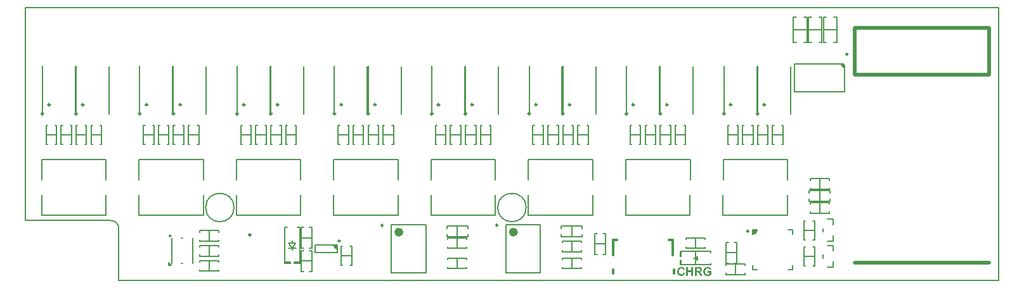
<source format=gto>
G04*
G04 #@! TF.GenerationSoftware,Altium Limited,Altium Designer,20.0.13 (296)*
G04*
G04 Layer_Color=16777215*
%FSLAX44Y44*%
%MOMM*%
G71*
G01*
G75*
%ADD10C,0.2540*%
%ADD11C,0.2000*%
%ADD12C,0.2500*%
%ADD13C,0.6000*%
%ADD14C,0.3000*%
%ADD15C,0.1500*%
%ADD16C,0.5000*%
G36*
X417001Y47000D02*
Y42000D01*
X415502D01*
X412501Y45000D01*
Y47000D01*
X417001D01*
D02*
G37*
G36*
X971500Y67500D02*
X977500D01*
X976000Y63000D01*
X971500Y61500D01*
Y67500D01*
D02*
G37*
G36*
X1093750Y287500D02*
X1094500Y284500D01*
X1093000D01*
X1090000Y287500D01*
Y289500D01*
X1093750Y287500D01*
D02*
G37*
G36*
X911716Y17957D02*
X911900Y17940D01*
X912116Y17924D01*
X912350Y17907D01*
X912599Y17857D01*
X913133Y17757D01*
X913683Y17591D01*
X913966Y17491D01*
X914232Y17374D01*
X914482Y17241D01*
X914716Y17074D01*
X914732Y17057D01*
X914766Y17041D01*
X914832Y16974D01*
X914916Y16907D01*
X915016Y16824D01*
X915116Y16708D01*
X915232Y16574D01*
X915366Y16424D01*
X915499Y16258D01*
X915632Y16074D01*
X915765Y15874D01*
X915882Y15641D01*
X916015Y15408D01*
X916115Y15158D01*
X916215Y14875D01*
X916282Y14591D01*
X913966Y14158D01*
Y14175D01*
X913949Y14191D01*
X913916Y14291D01*
X913849Y14441D01*
X913749Y14641D01*
X913633Y14858D01*
X913466Y15074D01*
X913266Y15291D01*
X913033Y15491D01*
X912999Y15508D01*
X912916Y15574D01*
X912766Y15658D01*
X912583Y15741D01*
X912333Y15841D01*
X912050Y15908D01*
X911733Y15974D01*
X911367Y15991D01*
X911217D01*
X911117Y15974D01*
X910983Y15958D01*
X910833Y15941D01*
X910667Y15908D01*
X910483Y15874D01*
X910100Y15758D01*
X909900Y15674D01*
X909700Y15574D01*
X909500Y15458D01*
X909300Y15341D01*
X909117Y15174D01*
X908934Y15008D01*
X908917Y14991D01*
X908901Y14958D01*
X908850Y14908D01*
X908801Y14825D01*
X908734Y14725D01*
X908651Y14608D01*
X908567Y14458D01*
X908501Y14291D01*
X908417Y14092D01*
X908334Y13875D01*
X908251Y13642D01*
X908184Y13392D01*
X908134Y13108D01*
X908084Y12792D01*
X908067Y12475D01*
X908051Y12125D01*
Y12109D01*
Y12042D01*
Y11925D01*
X908067Y11792D01*
X908084Y11609D01*
X908101Y11425D01*
X908134Y11192D01*
X908167Y10959D01*
X908267Y10459D01*
X908434Y9942D01*
X908534Y9693D01*
X908651Y9459D01*
X908801Y9226D01*
X908951Y9026D01*
X908967Y9009D01*
X909000Y8976D01*
X909051Y8926D01*
X909117Y8860D01*
X909217Y8793D01*
X909317Y8693D01*
X909450Y8609D01*
X909600Y8510D01*
X909767Y8410D01*
X909934Y8326D01*
X910350Y8160D01*
X910583Y8093D01*
X910817Y8043D01*
X911083Y8010D01*
X911350Y7993D01*
X911483D01*
X911617Y8010D01*
X911816Y8026D01*
X912033Y8060D01*
X912283Y8110D01*
X912550Y8176D01*
X912816Y8276D01*
X912833D01*
X912850Y8293D01*
X912933Y8326D01*
X913083Y8393D01*
X913249Y8476D01*
X913449Y8576D01*
X913666Y8693D01*
X913883Y8826D01*
X914082Y8976D01*
Y10459D01*
X911416D01*
Y12409D01*
X916432D01*
Y7776D01*
X916399Y7743D01*
X916349Y7710D01*
X916299Y7660D01*
X916215Y7593D01*
X916132Y7527D01*
X915899Y7360D01*
X915582Y7177D01*
X915216Y6960D01*
X914799Y6743D01*
X914299Y6543D01*
X914282D01*
X914232Y6527D01*
X914166Y6493D01*
X914066Y6460D01*
X913932Y6427D01*
X913783Y6377D01*
X913616Y6327D01*
X913433Y6277D01*
X913016Y6177D01*
X912533Y6094D01*
X912033Y6027D01*
X911500Y6010D01*
X911317D01*
X911200Y6027D01*
X911033D01*
X910850Y6043D01*
X910650Y6077D01*
X910417Y6110D01*
X909934Y6194D01*
X909400Y6327D01*
X908850Y6510D01*
X908601Y6627D01*
X908334Y6760D01*
X908317Y6777D01*
X908284Y6793D01*
X908201Y6843D01*
X908117Y6910D01*
X908001Y6977D01*
X907884Y7077D01*
X907734Y7193D01*
X907584Y7326D01*
X907251Y7627D01*
X906918Y8010D01*
X906601Y8443D01*
X906318Y8943D01*
Y8959D01*
X906284Y9009D01*
X906251Y9093D01*
X906218Y9193D01*
X906168Y9326D01*
X906101Y9476D01*
X906051Y9659D01*
X905985Y9859D01*
X905918Y10076D01*
X905868Y10326D01*
X905751Y10842D01*
X905685Y11409D01*
X905651Y12025D01*
Y12042D01*
Y12109D01*
Y12209D01*
X905668Y12325D01*
Y12492D01*
X905685Y12675D01*
X905718Y12875D01*
X905751Y13108D01*
X905835Y13592D01*
X905968Y14141D01*
X906151Y14691D01*
X906268Y14958D01*
X906401Y15224D01*
X906418Y15241D01*
X906434Y15291D01*
X906484Y15358D01*
X906534Y15458D01*
X906618Y15574D01*
X906718Y15708D01*
X906834Y15858D01*
X906951Y16024D01*
X907101Y16191D01*
X907268Y16374D01*
X907451Y16558D01*
X907651Y16741D01*
X907867Y16907D01*
X908084Y17091D01*
X908601Y17391D01*
X908617D01*
X908651Y17424D01*
X908717Y17441D01*
X908801Y17491D01*
X908917Y17524D01*
X909034Y17574D01*
X909200Y17624D01*
X909367Y17691D01*
X909550Y17740D01*
X909767Y17790D01*
X910000Y17840D01*
X910234Y17890D01*
X910767Y17957D01*
X911367Y17974D01*
X911566D01*
X911716Y17957D01*
D02*
G37*
G36*
X876492D02*
X876675Y17940D01*
X876875Y17907D01*
X877109Y17874D01*
X877359Y17824D01*
X877625Y17757D01*
X877908Y17674D01*
X878192Y17574D01*
X878492Y17441D01*
X878775Y17307D01*
X879042Y17141D01*
X879325Y16941D01*
X879575Y16724D01*
X879591D01*
X879608Y16691D01*
X879658Y16641D01*
X879708Y16591D01*
X879775Y16508D01*
X879841Y16408D01*
X880025Y16174D01*
X880208Y15874D01*
X880408Y15508D01*
X880591Y15091D01*
X880758Y14608D01*
X878458Y14058D01*
Y14075D01*
X878442Y14092D01*
Y14141D01*
X878408Y14208D01*
X878358Y14358D01*
X878275Y14558D01*
X878158Y14791D01*
X878008Y15025D01*
X877809Y15258D01*
X877592Y15458D01*
X877559Y15474D01*
X877475Y15541D01*
X877342Y15624D01*
X877159Y15724D01*
X876925Y15824D01*
X876659Y15908D01*
X876359Y15974D01*
X876026Y15991D01*
X875909D01*
X875809Y15974D01*
X875709Y15958D01*
X875576Y15941D01*
X875292Y15874D01*
X874959Y15758D01*
X874609Y15591D01*
X874426Y15491D01*
X874259Y15374D01*
X874093Y15224D01*
X873943Y15058D01*
Y15041D01*
X873910Y15008D01*
X873876Y14958D01*
X873826Y14875D01*
X873760Y14775D01*
X873693Y14658D01*
X873626Y14508D01*
X873559Y14341D01*
X873476Y14141D01*
X873410Y13925D01*
X873343Y13675D01*
X873276Y13408D01*
X873226Y13108D01*
X873193Y12792D01*
X873176Y12442D01*
X873160Y12059D01*
Y12042D01*
Y11959D01*
Y11842D01*
X873176Y11709D01*
Y11525D01*
X873210Y11309D01*
X873226Y11092D01*
X873260Y10842D01*
X873360Y10326D01*
X873493Y9809D01*
X873576Y9559D01*
X873693Y9326D01*
X873810Y9109D01*
X873943Y8926D01*
X873959Y8910D01*
X873976Y8893D01*
X874026Y8843D01*
X874093Y8776D01*
X874259Y8643D01*
X874493Y8476D01*
X874776Y8293D01*
X875126Y8160D01*
X875526Y8043D01*
X875742Y8026D01*
X875976Y8010D01*
X876059D01*
X876126Y8026D01*
X876309Y8043D01*
X876525Y8076D01*
X876759Y8160D01*
X877025Y8260D01*
X877292Y8393D01*
X877559Y8593D01*
X877592Y8626D01*
X877675Y8709D01*
X877792Y8843D01*
X877925Y9043D01*
X878092Y9309D01*
X878242Y9626D01*
X878392Y10009D01*
X878525Y10459D01*
X880791Y9759D01*
Y9743D01*
X880774Y9676D01*
X880741Y9576D01*
X880691Y9443D01*
X880624Y9293D01*
X880558Y9109D01*
X880474Y8910D01*
X880375Y8693D01*
X880141Y8243D01*
X879841Y7776D01*
X879475Y7326D01*
X879275Y7127D01*
X879058Y6943D01*
X879042Y6927D01*
X879008Y6910D01*
X878941Y6860D01*
X878841Y6793D01*
X878725Y6727D01*
X878575Y6660D01*
X878408Y6577D01*
X878225Y6493D01*
X878008Y6393D01*
X877775Y6310D01*
X877525Y6244D01*
X877259Y6177D01*
X876975Y6110D01*
X876659Y6060D01*
X876342Y6043D01*
X875992Y6027D01*
X875892D01*
X875776Y6043D01*
X875609Y6060D01*
X875426Y6077D01*
X875192Y6110D01*
X874942Y6160D01*
X874659Y6227D01*
X874376Y6310D01*
X874076Y6410D01*
X873760Y6543D01*
X873443Y6693D01*
X873126Y6860D01*
X872810Y7077D01*
X872510Y7310D01*
X872227Y7593D01*
X872210Y7610D01*
X872160Y7660D01*
X872093Y7760D01*
X871993Y7876D01*
X871893Y8043D01*
X871760Y8226D01*
X871627Y8460D01*
X871493Y8726D01*
X871360Y9009D01*
X871227Y9326D01*
X871094Y9693D01*
X870993Y10076D01*
X870894Y10476D01*
X870827Y10926D01*
X870777Y11392D01*
X870760Y11892D01*
Y11909D01*
Y11925D01*
Y12025D01*
X870777Y12175D01*
Y12375D01*
X870810Y12608D01*
X870844Y12892D01*
X870877Y13192D01*
X870944Y13542D01*
X871027Y13892D01*
X871127Y14258D01*
X871244Y14625D01*
X871393Y15008D01*
X871560Y15374D01*
X871760Y15724D01*
X871977Y16058D01*
X872243Y16374D01*
X872260Y16391D01*
X872310Y16441D01*
X872393Y16524D01*
X872510Y16624D01*
X872660Y16741D01*
X872843Y16874D01*
X873043Y17024D01*
X873293Y17174D01*
X873559Y17324D01*
X873843Y17474D01*
X874176Y17607D01*
X874509Y17724D01*
X874893Y17824D01*
X875276Y17907D01*
X875709Y17957D01*
X876142Y17974D01*
X876342D01*
X876492Y17957D01*
D02*
G37*
G36*
X892021Y6227D02*
X889689D01*
Y11276D01*
X885140D01*
Y6227D01*
X882807D01*
Y17757D01*
X885140D01*
Y13225D01*
X889689D01*
Y17757D01*
X892021D01*
Y6227D01*
D02*
G37*
G36*
X899786Y17740D02*
X899969D01*
X900153Y17724D01*
X900369D01*
X900803Y17674D01*
X901253Y17624D01*
X901669Y17541D01*
X901852Y17491D01*
X902019Y17441D01*
X902036D01*
X902052Y17424D01*
X902152Y17374D01*
X902302Y17291D01*
X902502Y17191D01*
X902719Y17024D01*
X902935Y16841D01*
X903152Y16608D01*
X903352Y16324D01*
Y16308D01*
X903369Y16291D01*
X903402Y16241D01*
X903435Y16191D01*
X903519Y16024D01*
X903618Y15808D01*
X903702Y15541D01*
X903785Y15241D01*
X903852Y14891D01*
X903868Y14525D01*
Y14508D01*
Y14475D01*
Y14391D01*
X903852Y14308D01*
Y14191D01*
X903835Y14075D01*
X903768Y13775D01*
X903685Y13425D01*
X903552Y13075D01*
X903352Y12708D01*
X903235Y12542D01*
X903102Y12375D01*
X903085Y12359D01*
X903069Y12342D01*
X903019Y12292D01*
X902952Y12242D01*
X902885Y12175D01*
X902785Y12092D01*
X902669Y12009D01*
X902535Y11925D01*
X902385Y11825D01*
X902202Y11742D01*
X902019Y11659D01*
X901819Y11575D01*
X901586Y11492D01*
X901352Y11425D01*
X901103Y11359D01*
X900819Y11309D01*
X900836D01*
X900853Y11292D01*
X900953Y11226D01*
X901086Y11142D01*
X901253Y11026D01*
X901452Y10876D01*
X901652Y10726D01*
X901869Y10542D01*
X902052Y10342D01*
X902069Y10326D01*
X902152Y10242D01*
X902252Y10109D01*
X902402Y9909D01*
X902602Y9659D01*
X902702Y9493D01*
X902819Y9326D01*
X902952Y9143D01*
X903085Y8943D01*
X903235Y8709D01*
X903385Y8476D01*
X904801Y6227D01*
X902002D01*
X900336Y8726D01*
X900319Y8743D01*
X900303Y8793D01*
X900253Y8860D01*
X900186Y8943D01*
X900119Y9043D01*
X900036Y9176D01*
X899853Y9443D01*
X899636Y9743D01*
X899436Y10009D01*
X899253Y10259D01*
X899170Y10342D01*
X899103Y10426D01*
X899086Y10442D01*
X899053Y10476D01*
X898986Y10542D01*
X898903Y10626D01*
X898786Y10692D01*
X898670Y10776D01*
X898537Y10842D01*
X898403Y10909D01*
X898387D01*
X898336Y10926D01*
X898253Y10959D01*
X898120Y10976D01*
X897953Y11009D01*
X897753Y11026D01*
X897520Y11042D01*
X896770D01*
Y6227D01*
X894437D01*
Y17757D01*
X899636D01*
X899786Y17740D01*
D02*
G37*
%LPC*%
G36*
X899436Y15808D02*
X896770D01*
Y12875D01*
X899036D01*
X899370Y12892D01*
X899719Y12908D01*
X900069Y12925D01*
X900219Y12942D01*
X900353Y12958D01*
X900486Y12992D01*
X900569Y13008D01*
X900586D01*
X900636Y13042D01*
X900719Y13075D01*
X900803Y13125D01*
X901019Y13275D01*
X901119Y13375D01*
X901219Y13492D01*
X901236Y13508D01*
X901253Y13558D01*
X901302Y13625D01*
X901352Y13725D01*
X901386Y13858D01*
X901436Y14008D01*
X901452Y14175D01*
X901469Y14358D01*
Y14391D01*
Y14458D01*
X901452Y14558D01*
X901436Y14691D01*
X901386Y14841D01*
X901336Y14991D01*
X901253Y15158D01*
X901152Y15291D01*
X901136Y15308D01*
X901103Y15358D01*
X901019Y15408D01*
X900919Y15491D01*
X900803Y15574D01*
X900653Y15641D01*
X900469Y15708D01*
X900269Y15758D01*
X900253D01*
X900203Y15774D01*
X900103D01*
X899953Y15791D01*
X899586D01*
X899436Y15808D01*
D02*
G37*
%LPD*%
D10*
X194500Y59500D02*
G03*
X194500Y59500I-1000J0D01*
G01*
X301414Y61000D02*
G03*
X301414Y61000I-1414J0D01*
G01*
X988414Y235000D02*
G03*
X988414Y235000I-1414J0D01*
G01*
X979414Y223000D02*
G03*
X979414Y223000I-1414J0D01*
G01*
X943414Y235000D02*
G03*
X943414Y235000I-1414J0D01*
G01*
X934414Y223000D02*
G03*
X934414Y223000I-1414J0D01*
G01*
X858414Y235000D02*
G03*
X858414Y235000I-1414J0D01*
G01*
X849414Y223000D02*
G03*
X849414Y223000I-1414J0D01*
G01*
X813414Y235000D02*
G03*
X813414Y235000I-1414J0D01*
G01*
X804414Y223000D02*
G03*
X804414Y223000I-1414J0D01*
G01*
X728414Y235000D02*
G03*
X728414Y235000I-1414J0D01*
G01*
X719414Y223000D02*
G03*
X719414Y223000I-1414J0D01*
G01*
X683414Y235000D02*
G03*
X683414Y235000I-1414J0D01*
G01*
X674414Y223000D02*
G03*
X674414Y223000I-1414J0D01*
G01*
X598414Y235000D02*
G03*
X598414Y235000I-1414J0D01*
G01*
X589414Y223000D02*
G03*
X589414Y223000I-1414J0D01*
G01*
X553414Y235000D02*
G03*
X553414Y235000I-1414J0D01*
G01*
X544414Y223000D02*
G03*
X544414Y223000I-1414J0D01*
G01*
X468414Y235000D02*
G03*
X468414Y235000I-1414J0D01*
G01*
X459414Y223000D02*
G03*
X459414Y223000I-1414J0D01*
G01*
X423414Y235000D02*
G03*
X423414Y235000I-1414J0D01*
G01*
X414414Y223000D02*
G03*
X414414Y223000I-1414J0D01*
G01*
X338414Y235000D02*
G03*
X338414Y235000I-1414J0D01*
G01*
X329414Y223000D02*
G03*
X329414Y223000I-1414J0D01*
G01*
X293414Y235000D02*
G03*
X293414Y235000I-1414J0D01*
G01*
X284414Y223000D02*
G03*
X284414Y223000I-1414J0D01*
G01*
X208414Y235000D02*
G03*
X208414Y235000I-1414J0D01*
G01*
X199414Y223000D02*
G03*
X199414Y223000I-1414J0D01*
G01*
X163414Y235000D02*
G03*
X163414Y235000I-1414J0D01*
G01*
X154414Y223000D02*
G03*
X154414Y223000I-1414J0D01*
G01*
X78414Y235004D02*
G03*
X78414Y235004I-1414J0D01*
G01*
X69414Y223004D02*
G03*
X69414Y223004I-1414J0D01*
G01*
X33414Y235004D02*
G03*
X33414Y235004I-1414J0D01*
G01*
X24414Y223004D02*
G03*
X24414Y223004I-1414J0D01*
G01*
D11*
X279000Y97500D02*
G03*
X279000Y97500I-19000J0D01*
G01*
X669000D02*
G03*
X669000Y97500I-19000J0D01*
G01*
X971500Y61500D02*
G03*
X977500Y67500I0J6000D01*
G01*
X412501Y46500D02*
G03*
X417001Y42000I4500J0D01*
G01*
X1090000Y289000D02*
G03*
X1094500Y284500I4500J0D01*
G01*
X1018000Y87600D02*
Y114600D01*
X932000Y87600D02*
X1018000D01*
X932000D02*
Y114600D01*
X1018112Y134372D02*
Y161372D01*
X932112D02*
X1018112D01*
X932112Y134372D02*
Y161372D01*
X888000Y87600D02*
Y114600D01*
X802000Y87600D02*
X888000D01*
X802000D02*
Y114600D01*
X888112Y134372D02*
Y161372D01*
X802112D02*
X888112D01*
X802112Y134372D02*
Y161372D01*
X758000Y87600D02*
Y114600D01*
X672000Y87600D02*
X758000D01*
X672000D02*
Y114600D01*
X758112Y134372D02*
Y161372D01*
X672112D02*
X758112D01*
X672112Y134372D02*
Y161372D01*
X628000Y87600D02*
Y114600D01*
X542000Y87600D02*
X628000D01*
X542000D02*
Y114600D01*
X628112Y134372D02*
Y161372D01*
X542112D02*
X628112D01*
X542112Y134372D02*
Y161372D01*
X498000Y87600D02*
Y114600D01*
X412000Y87600D02*
X498000D01*
X412000D02*
Y114600D01*
X498112Y134372D02*
Y161372D01*
X412112D02*
X498112D01*
X412112Y134372D02*
Y161372D01*
X368000Y87600D02*
Y114600D01*
X282000Y87600D02*
X368000D01*
X282000D02*
Y114600D01*
X368112Y134372D02*
Y161372D01*
X282112D02*
X368112D01*
X282112Y134372D02*
Y161372D01*
X238000Y87600D02*
Y114600D01*
X152000Y87600D02*
X238000D01*
X152000D02*
Y114600D01*
X238112Y134372D02*
Y161372D01*
X152112D02*
X238112D01*
X152112Y134372D02*
Y161372D01*
X108000Y87604D02*
Y114604D01*
X22000Y87604D02*
X108000D01*
X22000D02*
Y114604D01*
X108112Y134375D02*
Y161375D01*
X22112D02*
X108112D01*
X22112Y134375D02*
Y161375D01*
X195500Y22500D02*
Y56500D01*
X223500Y22500D02*
Y56500D01*
X208500Y22500D02*
X210500D01*
X208500Y56500D02*
X210500D01*
X191649Y23597D02*
X195149Y20097D01*
X191649D02*
X195149D01*
X191649D02*
Y23597D01*
X971500Y14500D02*
X977500D01*
X971500D02*
Y20500D01*
X1018500Y14500D02*
X1024500D01*
Y20500D01*
Y61500D02*
Y67500D01*
X1018500D02*
X1024500D01*
X971500D02*
X977500D01*
X971500Y61500D02*
Y67500D01*
X1022000Y223000D02*
Y286000D01*
X978000Y223000D02*
Y287000D01*
X977000Y223000D02*
Y286000D01*
X933000Y223000D02*
Y287000D01*
X892000Y223000D02*
Y286000D01*
X848000Y223000D02*
Y287000D01*
X847000Y223000D02*
Y286000D01*
X803000Y223000D02*
Y287000D01*
X762000Y223000D02*
Y286000D01*
X718000Y223000D02*
Y287000D01*
X717000Y223000D02*
Y286000D01*
X673000Y223000D02*
Y287000D01*
X632000Y223000D02*
Y286000D01*
X588000Y223000D02*
Y287000D01*
X587000Y223000D02*
Y286000D01*
X543000Y223000D02*
Y287000D01*
X502000Y223000D02*
Y286000D01*
X458000Y223000D02*
Y287000D01*
X457000Y223000D02*
Y286000D01*
X413000Y223000D02*
Y287000D01*
X372000Y223000D02*
Y286000D01*
X328000Y223000D02*
Y287000D01*
X327000Y223000D02*
Y286000D01*
X283000Y223000D02*
Y287000D01*
X242000Y223000D02*
Y286000D01*
X198000Y223000D02*
Y287000D01*
X197000Y223000D02*
Y286000D01*
X153000Y223000D02*
Y287000D01*
X112000Y223004D02*
X112000Y286004D01*
X68000Y223004D02*
Y287004D01*
X67000Y223004D02*
X67000Y286004D01*
X23000Y223004D02*
Y287004D01*
X489000Y10500D02*
Y74500D01*
X535000Y10500D02*
Y74500D01*
X489000D02*
X535000D01*
X489000Y10500D02*
X535000D01*
X642000D02*
Y74500D01*
X688000Y10500D02*
Y74500D01*
X642000D02*
X688000D01*
X642000Y10500D02*
X688000D01*
X417001Y37000D02*
Y47000D01*
X387001D02*
X387001Y37000D01*
X387001Y47000D02*
X417001D01*
X387001Y37000D02*
X417001D01*
X412501Y46500D02*
Y47000D01*
X1079000Y17750D02*
Y25000D01*
X1071000Y17750D02*
X1079000D01*
Y39500D02*
Y46750D01*
X1071000D02*
X1079000D01*
X1065000Y29750D02*
Y34750D01*
X1079000Y60000D02*
X1079000Y52750D01*
X1071000D02*
X1079000D01*
X1079000Y74500D02*
Y81750D01*
X1071000Y81750D02*
X1079000Y81750D01*
X1065000Y64750D02*
Y69750D01*
X357000Y50000D02*
Y53000D01*
Y41000D02*
Y43000D01*
X352000Y50000D02*
X361000D01*
X352000D02*
X357000Y43000D01*
X361000Y50000D01*
X352000Y43000D02*
X362000D01*
X1094500Y252500D02*
Y287250D01*
X1092250Y289500D02*
X1094500Y287250D01*
X1027500Y289500D02*
X1092250Y289500D01*
X1090000Y289000D02*
Y289500D01*
X1027500Y252500D02*
Y289500D01*
Y252500D02*
X1094500Y252500D01*
X125000Y70000D02*
G03*
X115000Y80000I-10000J0D01*
G01*
X125000Y0D02*
Y70000D01*
X0Y80000D02*
X115000D01*
X0D02*
Y365000D01*
X125000Y0D02*
X1300000D01*
Y365000D01*
X0D02*
X1300000D01*
D12*
X966250Y66000D02*
G03*
X966250Y66000I-1250J0D01*
G01*
X478000Y73750D02*
G03*
X478000Y73750I-1250J0D01*
G01*
X631000D02*
G03*
X631000Y73750I-1250J0D01*
G01*
X420502Y53000D02*
G03*
X420502Y53000I-1250J0D01*
G01*
X1098250Y302500D02*
G03*
X1098250Y302500I-1250J0D01*
G01*
D13*
X502000Y64500D02*
G03*
X502000Y64500I-3000J0D01*
G01*
X655000D02*
G03*
X655000Y64500I-3000J0D01*
G01*
D14*
X866078Y9250D02*
Y14068D01*
X785000Y14250D02*
X785000Y9250D01*
X860000Y53751D02*
X864750D01*
X785250D02*
X790000D01*
X864750Y33500D02*
Y53751D01*
X785250Y33500D02*
Y53751D01*
D15*
X978000Y195000D02*
X992000D01*
X978000Y182300D02*
X979920D01*
X978000D02*
Y207700D01*
X979920D01*
X990080D02*
X992000D01*
Y182300D02*
Y207700D01*
X990080Y182300D02*
X992000D01*
X998000Y195000D02*
X1012000D01*
X1010080Y207700D02*
X1012000D01*
Y182300D02*
Y207700D01*
X1010080Y182300D02*
X1012000D01*
X998000D02*
X999920D01*
X998000D02*
Y207700D01*
X999920D01*
X958000Y195000D02*
X972000D01*
X958000Y182300D02*
X959920D01*
X958000D02*
Y207700D01*
X959920D01*
X970080D02*
X972000D01*
Y182300D02*
Y207700D01*
X970080Y182300D02*
X972000D01*
X938000Y195000D02*
X952000D01*
X938000Y182300D02*
X939920D01*
X938000D02*
Y207700D01*
X939920D01*
X950080D02*
X952000D01*
Y182300D02*
Y207700D01*
X950080Y182300D02*
X952000D01*
X848000Y195000D02*
X862000D01*
X848000Y182300D02*
X849920D01*
X848000D02*
Y207700D01*
X849920D01*
X860080D02*
X862000D01*
Y182300D02*
Y207700D01*
X860080Y182300D02*
X862000D01*
X868000Y195000D02*
X882000D01*
X880080Y207700D02*
X882000D01*
Y182300D02*
Y207700D01*
X880080Y182300D02*
X882000D01*
X868000D02*
X869920D01*
X868000D02*
Y207700D01*
X869920D01*
X828000Y195000D02*
X842000D01*
X828000Y182300D02*
X829920D01*
X828000D02*
Y207700D01*
X829920D01*
X840080D02*
X842000D01*
Y182300D02*
Y207700D01*
X840080Y182300D02*
X842000D01*
X808000Y195000D02*
X822000D01*
X808000Y182300D02*
X809920D01*
X808000D02*
Y207700D01*
X809920D01*
X820080D02*
X822000D01*
Y182300D02*
Y207700D01*
X820080Y182300D02*
X822000D01*
X718000Y195000D02*
X732000D01*
X718000Y182300D02*
X719920D01*
X718000D02*
Y207700D01*
X719920D01*
X730080D02*
X732000D01*
Y182300D02*
Y207700D01*
X730080Y182300D02*
X732000D01*
X738000Y195000D02*
X752000D01*
X750080Y207700D02*
X752000D01*
Y182300D02*
Y207700D01*
X750080Y182300D02*
X752000D01*
X738000D02*
X739920D01*
X738000D02*
Y207700D01*
X739920D01*
X698000Y195000D02*
X712000D01*
X698000Y182300D02*
X699920D01*
X698000D02*
Y207700D01*
X699920D01*
X710080D02*
X712000D01*
Y182300D02*
Y207700D01*
X710080Y182300D02*
X712000D01*
X678000Y195000D02*
X692000D01*
X678000Y182300D02*
X679920D01*
X678000D02*
Y207700D01*
X679920D01*
X690080D02*
X692000D01*
Y182300D02*
Y207700D01*
X690080Y182300D02*
X692000D01*
X588000Y195000D02*
X602000D01*
X588000Y182300D02*
X589920D01*
X588000D02*
Y207700D01*
X589920D01*
X600080D02*
X602000D01*
Y182300D02*
Y207700D01*
X600080Y182300D02*
X602000D01*
X608000Y195000D02*
X622000D01*
X620080Y207700D02*
X622000D01*
Y182300D02*
Y207700D01*
X620080Y182300D02*
X622000D01*
X608000D02*
X609920D01*
X608000D02*
Y207700D01*
X609920D01*
X568000Y195000D02*
X582000D01*
X568000Y182300D02*
X569920D01*
X568000D02*
Y207700D01*
X569920D01*
X580080D02*
X582000D01*
Y182300D02*
Y207700D01*
X580080Y182300D02*
X582000D01*
X548000Y195000D02*
X562000D01*
X548000Y182300D02*
X549920D01*
X548000D02*
Y207700D01*
X549920D01*
X560080D02*
X562000D01*
Y182300D02*
Y207700D01*
X560080Y182300D02*
X562000D01*
X458000Y195000D02*
X472000D01*
X458000Y182300D02*
X459920D01*
X458000D02*
Y207700D01*
X459920D01*
X470080D02*
X472000D01*
Y182300D02*
Y207700D01*
X470080Y182300D02*
X472000D01*
X478000Y195000D02*
X492000D01*
X490080Y207700D02*
X492000D01*
Y182300D02*
Y207700D01*
X490080Y182300D02*
X492000D01*
X478000D02*
X479920D01*
X478000D02*
Y207700D01*
X479920D01*
X438000Y195000D02*
X452000D01*
X438000Y182300D02*
X439920D01*
X438000D02*
Y207700D01*
X439920D01*
X450080D02*
X452000D01*
Y182300D02*
Y207700D01*
X450080Y182300D02*
X452000D01*
X418000Y195000D02*
X432000D01*
X418000Y182300D02*
X419920D01*
X418000D02*
Y207700D01*
X419920D01*
X430080D02*
X432000D01*
Y182300D02*
Y207700D01*
X430080Y182300D02*
X432000D01*
X328000Y195000D02*
X342000D01*
X328000Y182300D02*
X329920D01*
X328000D02*
Y207700D01*
X329920D01*
X340080D02*
X342000D01*
Y182300D02*
Y207700D01*
X340080Y182300D02*
X342000D01*
X348000Y195000D02*
X362000D01*
X360080Y207700D02*
X362000D01*
Y182300D02*
Y207700D01*
X360080Y182300D02*
X362000D01*
X348000D02*
X349920D01*
X348000D02*
Y207700D01*
X349920D01*
X308000Y195000D02*
X322000D01*
X308000Y182300D02*
X309920D01*
X308000D02*
Y207700D01*
X309920D01*
X320080D02*
X322000D01*
Y182300D02*
Y207700D01*
X320080Y182300D02*
X322000D01*
X288000Y195000D02*
X302000D01*
X288000Y182300D02*
X289920D01*
X288000D02*
Y207700D01*
X289920D01*
X300080D02*
X302000D01*
Y182300D02*
Y207700D01*
X300080Y182300D02*
X302000D01*
X198000Y195000D02*
X212000D01*
X198000Y182300D02*
X199920D01*
X198000D02*
Y207700D01*
X199920D01*
X210080D02*
X212000D01*
Y182300D02*
Y207700D01*
X210080Y182300D02*
X212000D01*
X218000Y195000D02*
X232000D01*
X230080Y207700D02*
X232000D01*
Y182300D02*
Y207700D01*
X230080Y182300D02*
X232000D01*
X218000D02*
X219920D01*
X218000D02*
Y207700D01*
X219920D01*
X178000Y195000D02*
X192000D01*
X178000Y182300D02*
X179920D01*
X178000D02*
Y207700D01*
X179920D01*
X190080D02*
X192000D01*
Y182300D02*
Y207700D01*
X190080Y182300D02*
X192000D01*
X158000Y195000D02*
X172000D01*
X158000Y182300D02*
X159920D01*
X158000D02*
Y207700D01*
X159920D01*
X170080D02*
X172000D01*
Y182300D02*
Y207700D01*
X170080Y182300D02*
X172000D01*
X68000Y195004D02*
X82000D01*
X68000Y182304D02*
X69920D01*
X68000D02*
Y207704D01*
X69920Y207704D01*
X80080D02*
X82000Y207704D01*
Y182304D02*
Y207704D01*
X80080Y182304D02*
X82000D01*
X88000Y195004D02*
X102000D01*
X100080Y207704D02*
X102000D01*
Y182304D02*
Y207704D01*
X100080Y182304D02*
X102000D01*
X88000D02*
X89920D01*
X88000D02*
Y207704D01*
X89920D01*
X48000Y195004D02*
X62000D01*
X48000Y182304D02*
X49920D01*
X48000D02*
Y207704D01*
X49920D01*
X60080D02*
X62000D01*
Y182304D02*
Y207704D01*
X60080Y182304D02*
X62000D01*
X28000Y195004D02*
X42000D01*
X28000Y182304D02*
X29920D01*
X28000D02*
Y207704D01*
X29920Y207704D01*
X40080D02*
X42000Y207704D01*
Y182304D02*
Y207704D01*
X40080Y182304D02*
X42000D01*
X563000Y58500D02*
Y61500D01*
Y58500D02*
X591000D01*
Y61500D01*
Y69500D02*
Y72500D01*
X563000D02*
X591000D01*
X563000Y69500D02*
Y72500D01*
X577000Y58500D02*
Y72500D01*
Y16000D02*
Y30000D01*
X589700Y16000D02*
Y17920D01*
X564300Y16000D02*
X589700D01*
X564300D02*
Y17920D01*
Y28080D02*
Y30000D01*
X589700D01*
Y28080D02*
Y30000D01*
X577000Y43000D02*
Y57000D01*
X589700Y43000D02*
Y44920D01*
X564300Y43000D02*
X589700D01*
X564300D02*
Y44920D01*
Y55080D02*
Y57000D01*
X589700D01*
Y55080D02*
Y57000D01*
X716000Y58500D02*
Y61500D01*
Y58500D02*
X744000D01*
Y61500D01*
Y69500D02*
Y72500D01*
X716000D02*
X744000D01*
X716000Y69500D02*
Y72500D01*
X730000Y58500D02*
Y72500D01*
Y16000D02*
Y30000D01*
X742700Y16000D02*
Y17920D01*
X717300Y16000D02*
X742700D01*
X717300D02*
Y17920D01*
Y28080D02*
Y30000D01*
X742700D01*
Y28080D02*
Y30000D01*
X730000Y38500D02*
Y52500D01*
X742700Y38500D02*
Y40420D01*
X717300Y38500D02*
X742700D01*
X717300D02*
Y40420D01*
Y50580D02*
Y52500D01*
X742700D01*
Y50580D02*
Y52500D01*
X895000Y21000D02*
Y39000D01*
X875950Y32540D02*
Y39000D01*
X915320D01*
Y37000D02*
Y39000D01*
X875950Y21000D02*
Y27460D01*
Y21000D02*
X915320D01*
Y23000D01*
X874680Y32540D02*
X875950D01*
X874680D02*
Y39000D01*
X875950D01*
X874680Y21000D02*
X875950D01*
X874680D02*
Y27460D01*
X875950D01*
X892460Y30000D02*
X895000D01*
X897540Y27460D02*
Y32540D01*
X895000Y30000D02*
X897540Y27460D01*
X895000Y30000D02*
X897540Y32540D01*
X895000Y43000D02*
Y57000D01*
X907700Y43000D02*
Y44920D01*
X882300Y43000D02*
X907700D01*
X882300D02*
Y44920D01*
Y55080D02*
Y57000D01*
X907700D01*
Y55080D02*
Y57000D01*
X245500Y12500D02*
Y26500D01*
X258200Y12500D02*
Y14420D01*
X232800Y12500D02*
X258200D01*
X232800D02*
Y14420D01*
X232800Y24580D02*
Y26500D01*
X258200D01*
Y24580D02*
Y26500D01*
X245500Y32500D02*
Y46500D01*
X258200Y32500D02*
Y34420D01*
X232800Y32500D02*
X258200D01*
X232800D02*
Y34420D01*
Y44580D02*
Y46500D01*
X258200D01*
Y44580D02*
Y46500D01*
X245500Y52500D02*
Y66500D01*
X258200Y54420D02*
X258200Y52500D01*
X232800D02*
X258200D01*
X232800D02*
X232800Y54420D01*
X232800Y64580D02*
Y66500D01*
X258200D01*
Y64580D02*
Y66500D01*
X369000Y40000D02*
X372000D01*
X369000Y12000D02*
Y40000D01*
Y12000D02*
X372000D01*
X380000D02*
X383000D01*
Y40000D01*
X380000D02*
X383000D01*
X369000Y26000D02*
X383000D01*
X1061000Y90000D02*
Y104000D01*
X1073700Y90000D02*
Y91920D01*
X1048300Y90000D02*
X1073700D01*
X1048300D02*
Y91920D01*
X1048300Y102080D02*
Y104000D01*
X1073700Y104000D01*
Y102080D02*
Y104000D01*
X380000Y43000D02*
X383000D01*
Y71000D01*
X380000D02*
X383000D01*
X369000D02*
X372000D01*
X369000Y43000D02*
Y71000D01*
Y43000D02*
X372000D01*
X369000Y57000D02*
X383000D01*
X422000Y33000D02*
X436000D01*
X434080Y45700D02*
X436000Y45700D01*
Y20300D02*
Y45700D01*
X434080Y20300D02*
X436000D01*
X422000D02*
X423920D01*
X422000D02*
Y45700D01*
X423920D01*
X1047000Y106000D02*
Y109000D01*
Y106000D02*
X1075000D01*
Y109000D01*
Y117000D02*
Y120000D01*
X1047000D02*
X1075000D01*
X1047000Y117000D02*
Y120000D01*
X1061000D02*
X1061000Y106000D01*
X1061000Y122000D02*
Y136000D01*
X1048300Y134080D02*
Y136000D01*
X1073700D01*
Y134080D02*
Y136000D01*
Y122000D02*
Y123920D01*
X1048300Y122000D02*
X1073700D01*
X1048300Y123920D02*
X1048300Y122000D01*
X1040000Y32250D02*
X1054000Y32250D01*
X1052080Y44950D02*
X1054000Y44950D01*
Y19550D02*
Y44950D01*
X1052080Y19550D02*
X1054000Y19550D01*
X1040000Y19550D02*
X1041920D01*
X1040000D02*
Y44950D01*
X1041920D01*
X949000Y8000D02*
Y22000D01*
X936300Y20080D02*
Y22000D01*
X961700D01*
Y20080D02*
Y22000D01*
Y8000D02*
Y9920D01*
X936300Y8000D02*
X961700D01*
X936300D02*
Y9920D01*
X936000Y51000D02*
X939000D01*
X936000Y23000D02*
Y51000D01*
Y23000D02*
X939000D01*
X947000D02*
X950000D01*
Y51000D01*
X947000D02*
X950000D01*
X936000Y37000D02*
X950000D01*
X1040000Y67250D02*
X1054000Y67250D01*
X1040000Y54550D02*
X1041920Y54550D01*
X1040000Y79950D02*
X1040000Y54550D01*
X1040000Y79950D02*
X1041920Y79950D01*
X1052080D02*
X1054000Y79950D01*
Y54550D02*
Y79950D01*
X1052080Y54550D02*
X1054000Y54550D01*
X346840Y71130D02*
X350250D01*
X363750D02*
X367160D01*
X346840Y24140D02*
X346840Y71130D01*
X367160D02*
X367160Y24140D01*
X346840D02*
X354460Y24140D01*
Y22870D02*
Y24140D01*
X346840Y22870D02*
X354460D01*
X346840Y24140D02*
X346840Y22870D01*
X367160D02*
X367160Y24140D01*
X359540Y22870D02*
X367160D01*
X359540D02*
Y24140D01*
X367160D01*
X1066000Y335000D02*
X1084000D01*
X1080000Y318000D02*
X1084000D01*
Y352000D01*
X1080000D02*
X1084000D01*
X1066000D02*
X1070000D01*
X1066000Y318000D02*
Y352000D01*
Y318000D02*
X1070000D01*
X1046000Y335000D02*
X1064000D01*
X1060000Y318000D02*
X1064000D01*
Y352000D01*
X1060000D02*
X1064000D01*
X1046000D02*
X1050000D01*
X1046000Y318000D02*
Y352000D01*
Y318000D02*
X1050000D01*
X772000Y35000D02*
X775000D01*
Y63000D01*
X772000D02*
X775000D01*
X761000D02*
X764000D01*
X761000Y35000D02*
Y63000D01*
Y35000D02*
X764000D01*
X761000Y49000D02*
X775000D01*
X1026000Y335000D02*
X1044000D01*
X1040000Y318000D02*
X1044000D01*
Y352000D01*
X1040000D02*
X1044000D01*
X1026000D02*
X1030000D01*
X1026000Y318000D02*
Y352000D01*
Y318000D02*
X1030000D01*
D16*
X1287500Y274900D02*
Y337900D01*
X1107500D02*
X1287500D01*
X1107500Y274900D02*
Y337900D01*
Y23900D02*
X1287500D01*
X1107500Y274900D02*
X1287500D01*
M02*

</source>
